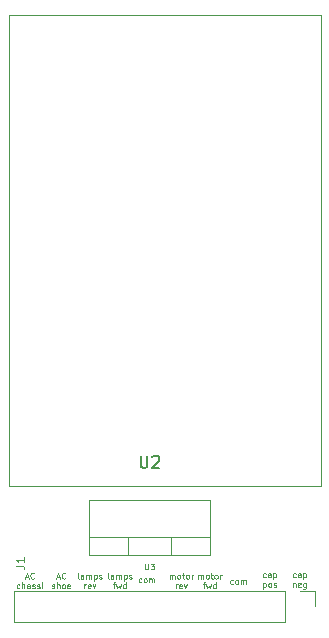
<source format=gbr>
G04 #@! TF.GenerationSoftware,KiCad,Pcbnew,5.1.5+dfsg1-2build2*
G04 #@! TF.CreationDate,2020-10-04T22:15:50+02:00*
G04 #@! TF.ProjectId,transistor_board,7472616e-7369-4737-946f-725f626f6172,rev?*
G04 #@! TF.SameCoordinates,Original*
G04 #@! TF.FileFunction,Legend,Top*
G04 #@! TF.FilePolarity,Positive*
%FSLAX46Y46*%
G04 Gerber Fmt 4.6, Leading zero omitted, Abs format (unit mm)*
G04 Created by KiCad (PCBNEW 5.1.5+dfsg1-2build2) date 2020-10-04 22:15:50*
%MOMM*%
%LPD*%
G04 APERTURE LIST*
%ADD10C,0.070000*%
%ADD11C,0.120000*%
%ADD12C,0.150000*%
%ADD13C,0.100000*%
G04 APERTURE END LIST*
D10*
X134286666Y-131491380D02*
X134239047Y-131515190D01*
X134143809Y-131515190D01*
X134096190Y-131491380D01*
X134072380Y-131467571D01*
X134048571Y-131419952D01*
X134048571Y-131277095D01*
X134072380Y-131229476D01*
X134096190Y-131205666D01*
X134143809Y-131181857D01*
X134239047Y-131181857D01*
X134286666Y-131205666D01*
X134715238Y-131515190D02*
X134715238Y-131253285D01*
X134691428Y-131205666D01*
X134643809Y-131181857D01*
X134548571Y-131181857D01*
X134500952Y-131205666D01*
X134715238Y-131491380D02*
X134667619Y-131515190D01*
X134548571Y-131515190D01*
X134500952Y-131491380D01*
X134477142Y-131443761D01*
X134477142Y-131396142D01*
X134500952Y-131348523D01*
X134548571Y-131324714D01*
X134667619Y-131324714D01*
X134715238Y-131300904D01*
X134953333Y-131181857D02*
X134953333Y-131681857D01*
X134953333Y-131205666D02*
X135000952Y-131181857D01*
X135096190Y-131181857D01*
X135143809Y-131205666D01*
X135167619Y-131229476D01*
X135191428Y-131277095D01*
X135191428Y-131419952D01*
X135167619Y-131467571D01*
X135143809Y-131491380D01*
X135096190Y-131515190D01*
X135000952Y-131515190D01*
X134953333Y-131491380D01*
X134084285Y-132001857D02*
X134084285Y-132501857D01*
X134084285Y-132025666D02*
X134131904Y-132001857D01*
X134227142Y-132001857D01*
X134274761Y-132025666D01*
X134298571Y-132049476D01*
X134322380Y-132097095D01*
X134322380Y-132239952D01*
X134298571Y-132287571D01*
X134274761Y-132311380D01*
X134227142Y-132335190D01*
X134131904Y-132335190D01*
X134084285Y-132311380D01*
X134608095Y-132335190D02*
X134560476Y-132311380D01*
X134536666Y-132287571D01*
X134512857Y-132239952D01*
X134512857Y-132097095D01*
X134536666Y-132049476D01*
X134560476Y-132025666D01*
X134608095Y-132001857D01*
X134679523Y-132001857D01*
X134727142Y-132025666D01*
X134750952Y-132049476D01*
X134774761Y-132097095D01*
X134774761Y-132239952D01*
X134750952Y-132287571D01*
X134727142Y-132311380D01*
X134679523Y-132335190D01*
X134608095Y-132335190D01*
X134965238Y-132311380D02*
X135012857Y-132335190D01*
X135108095Y-132335190D01*
X135155714Y-132311380D01*
X135179523Y-132263761D01*
X135179523Y-132239952D01*
X135155714Y-132192333D01*
X135108095Y-132168523D01*
X135036666Y-132168523D01*
X134989047Y-132144714D01*
X134965238Y-132097095D01*
X134965238Y-132073285D01*
X134989047Y-132025666D01*
X135036666Y-132001857D01*
X135108095Y-132001857D01*
X135155714Y-132025666D01*
X136826666Y-131491380D02*
X136779047Y-131515190D01*
X136683809Y-131515190D01*
X136636190Y-131491380D01*
X136612380Y-131467571D01*
X136588571Y-131419952D01*
X136588571Y-131277095D01*
X136612380Y-131229476D01*
X136636190Y-131205666D01*
X136683809Y-131181857D01*
X136779047Y-131181857D01*
X136826666Y-131205666D01*
X137255238Y-131515190D02*
X137255238Y-131253285D01*
X137231428Y-131205666D01*
X137183809Y-131181857D01*
X137088571Y-131181857D01*
X137040952Y-131205666D01*
X137255238Y-131491380D02*
X137207619Y-131515190D01*
X137088571Y-131515190D01*
X137040952Y-131491380D01*
X137017142Y-131443761D01*
X137017142Y-131396142D01*
X137040952Y-131348523D01*
X137088571Y-131324714D01*
X137207619Y-131324714D01*
X137255238Y-131300904D01*
X137493333Y-131181857D02*
X137493333Y-131681857D01*
X137493333Y-131205666D02*
X137540952Y-131181857D01*
X137636190Y-131181857D01*
X137683809Y-131205666D01*
X137707619Y-131229476D01*
X137731428Y-131277095D01*
X137731428Y-131419952D01*
X137707619Y-131467571D01*
X137683809Y-131491380D01*
X137636190Y-131515190D01*
X137540952Y-131515190D01*
X137493333Y-131491380D01*
X136612380Y-132001857D02*
X136612380Y-132335190D01*
X136612380Y-132049476D02*
X136636190Y-132025666D01*
X136683809Y-132001857D01*
X136755238Y-132001857D01*
X136802857Y-132025666D01*
X136826666Y-132073285D01*
X136826666Y-132335190D01*
X137255238Y-132311380D02*
X137207619Y-132335190D01*
X137112380Y-132335190D01*
X137064761Y-132311380D01*
X137040952Y-132263761D01*
X137040952Y-132073285D01*
X137064761Y-132025666D01*
X137112380Y-132001857D01*
X137207619Y-132001857D01*
X137255238Y-132025666D01*
X137279047Y-132073285D01*
X137279047Y-132120904D01*
X137040952Y-132168523D01*
X137707619Y-132001857D02*
X137707619Y-132406619D01*
X137683809Y-132454238D01*
X137660000Y-132478047D01*
X137612380Y-132501857D01*
X137540952Y-132501857D01*
X137493333Y-132478047D01*
X137707619Y-132311380D02*
X137660000Y-132335190D01*
X137564761Y-132335190D01*
X137517142Y-132311380D01*
X137493333Y-132287571D01*
X137469523Y-132239952D01*
X137469523Y-132097095D01*
X137493333Y-132049476D01*
X137517142Y-132025666D01*
X137564761Y-132001857D01*
X137660000Y-132001857D01*
X137707619Y-132025666D01*
X113930952Y-131499333D02*
X114169047Y-131499333D01*
X113883333Y-131642190D02*
X114050000Y-131142190D01*
X114216666Y-131642190D01*
X114669047Y-131594571D02*
X114645238Y-131618380D01*
X114573809Y-131642190D01*
X114526190Y-131642190D01*
X114454761Y-131618380D01*
X114407142Y-131570761D01*
X114383333Y-131523142D01*
X114359523Y-131427904D01*
X114359523Y-131356476D01*
X114383333Y-131261238D01*
X114407142Y-131213619D01*
X114454761Y-131166000D01*
X114526190Y-131142190D01*
X114573809Y-131142190D01*
X114645238Y-131166000D01*
X114669047Y-131189809D01*
X113442857Y-132438380D02*
X113395238Y-132462190D01*
X113300000Y-132462190D01*
X113252380Y-132438380D01*
X113228571Y-132414571D01*
X113204761Y-132366952D01*
X113204761Y-132224095D01*
X113228571Y-132176476D01*
X113252380Y-132152666D01*
X113300000Y-132128857D01*
X113395238Y-132128857D01*
X113442857Y-132152666D01*
X113657142Y-132462190D02*
X113657142Y-131962190D01*
X113871428Y-132462190D02*
X113871428Y-132200285D01*
X113847619Y-132152666D01*
X113800000Y-132128857D01*
X113728571Y-132128857D01*
X113680952Y-132152666D01*
X113657142Y-132176476D01*
X114323809Y-132462190D02*
X114323809Y-132200285D01*
X114300000Y-132152666D01*
X114252380Y-132128857D01*
X114157142Y-132128857D01*
X114109523Y-132152666D01*
X114323809Y-132438380D02*
X114276190Y-132462190D01*
X114157142Y-132462190D01*
X114109523Y-132438380D01*
X114085714Y-132390761D01*
X114085714Y-132343142D01*
X114109523Y-132295523D01*
X114157142Y-132271714D01*
X114276190Y-132271714D01*
X114323809Y-132247904D01*
X114538095Y-132438380D02*
X114585714Y-132462190D01*
X114680952Y-132462190D01*
X114728571Y-132438380D01*
X114752380Y-132390761D01*
X114752380Y-132366952D01*
X114728571Y-132319333D01*
X114680952Y-132295523D01*
X114609523Y-132295523D01*
X114561904Y-132271714D01*
X114538095Y-132224095D01*
X114538095Y-132200285D01*
X114561904Y-132152666D01*
X114609523Y-132128857D01*
X114680952Y-132128857D01*
X114728571Y-132152666D01*
X114942857Y-132438380D02*
X114990476Y-132462190D01*
X115085714Y-132462190D01*
X115133333Y-132438380D01*
X115157142Y-132390761D01*
X115157142Y-132366952D01*
X115133333Y-132319333D01*
X115085714Y-132295523D01*
X115014285Y-132295523D01*
X114966666Y-132271714D01*
X114942857Y-132224095D01*
X114942857Y-132200285D01*
X114966666Y-132152666D01*
X115014285Y-132128857D01*
X115085714Y-132128857D01*
X115133333Y-132152666D01*
X115371428Y-132462190D02*
X115371428Y-132128857D01*
X115371428Y-131962190D02*
X115347619Y-131986000D01*
X115371428Y-132009809D01*
X115395238Y-131986000D01*
X115371428Y-131962190D01*
X115371428Y-132009809D01*
X116597952Y-131499333D02*
X116836047Y-131499333D01*
X116550333Y-131642190D02*
X116717000Y-131142190D01*
X116883666Y-131642190D01*
X117336047Y-131594571D02*
X117312238Y-131618380D01*
X117240809Y-131642190D01*
X117193190Y-131642190D01*
X117121761Y-131618380D01*
X117074142Y-131570761D01*
X117050333Y-131523142D01*
X117026523Y-131427904D01*
X117026523Y-131356476D01*
X117050333Y-131261238D01*
X117074142Y-131213619D01*
X117121761Y-131166000D01*
X117193190Y-131142190D01*
X117240809Y-131142190D01*
X117312238Y-131166000D01*
X117336047Y-131189809D01*
X116193190Y-132438380D02*
X116240809Y-132462190D01*
X116336047Y-132462190D01*
X116383666Y-132438380D01*
X116407476Y-132390761D01*
X116407476Y-132366952D01*
X116383666Y-132319333D01*
X116336047Y-132295523D01*
X116264619Y-132295523D01*
X116217000Y-132271714D01*
X116193190Y-132224095D01*
X116193190Y-132200285D01*
X116217000Y-132152666D01*
X116264619Y-132128857D01*
X116336047Y-132128857D01*
X116383666Y-132152666D01*
X116621761Y-132462190D02*
X116621761Y-131962190D01*
X116836047Y-132462190D02*
X116836047Y-132200285D01*
X116812238Y-132152666D01*
X116764619Y-132128857D01*
X116693190Y-132128857D01*
X116645571Y-132152666D01*
X116621761Y-132176476D01*
X117145571Y-132462190D02*
X117097952Y-132438380D01*
X117074142Y-132414571D01*
X117050333Y-132366952D01*
X117050333Y-132224095D01*
X117074142Y-132176476D01*
X117097952Y-132152666D01*
X117145571Y-132128857D01*
X117217000Y-132128857D01*
X117264619Y-132152666D01*
X117288428Y-132176476D01*
X117312238Y-132224095D01*
X117312238Y-132366952D01*
X117288428Y-132414571D01*
X117264619Y-132438380D01*
X117217000Y-132462190D01*
X117145571Y-132462190D01*
X117717000Y-132438380D02*
X117669380Y-132462190D01*
X117574142Y-132462190D01*
X117526523Y-132438380D01*
X117502714Y-132390761D01*
X117502714Y-132200285D01*
X117526523Y-132152666D01*
X117574142Y-132128857D01*
X117669380Y-132128857D01*
X117717000Y-132152666D01*
X117740809Y-132200285D01*
X117740809Y-132247904D01*
X117502714Y-132295523D01*
X118451428Y-131642190D02*
X118403809Y-131618380D01*
X118380000Y-131570761D01*
X118380000Y-131142190D01*
X118856190Y-131642190D02*
X118856190Y-131380285D01*
X118832380Y-131332666D01*
X118784761Y-131308857D01*
X118689523Y-131308857D01*
X118641904Y-131332666D01*
X118856190Y-131618380D02*
X118808571Y-131642190D01*
X118689523Y-131642190D01*
X118641904Y-131618380D01*
X118618095Y-131570761D01*
X118618095Y-131523142D01*
X118641904Y-131475523D01*
X118689523Y-131451714D01*
X118808571Y-131451714D01*
X118856190Y-131427904D01*
X119094285Y-131642190D02*
X119094285Y-131308857D01*
X119094285Y-131356476D02*
X119118095Y-131332666D01*
X119165714Y-131308857D01*
X119237142Y-131308857D01*
X119284761Y-131332666D01*
X119308571Y-131380285D01*
X119308571Y-131642190D01*
X119308571Y-131380285D02*
X119332380Y-131332666D01*
X119380000Y-131308857D01*
X119451428Y-131308857D01*
X119499047Y-131332666D01*
X119522857Y-131380285D01*
X119522857Y-131642190D01*
X119760952Y-131308857D02*
X119760952Y-131808857D01*
X119760952Y-131332666D02*
X119808571Y-131308857D01*
X119903809Y-131308857D01*
X119951428Y-131332666D01*
X119975238Y-131356476D01*
X119999047Y-131404095D01*
X119999047Y-131546952D01*
X119975238Y-131594571D01*
X119951428Y-131618380D01*
X119903809Y-131642190D01*
X119808571Y-131642190D01*
X119760952Y-131618380D01*
X120189523Y-131618380D02*
X120237142Y-131642190D01*
X120332380Y-131642190D01*
X120380000Y-131618380D01*
X120403809Y-131570761D01*
X120403809Y-131546952D01*
X120380000Y-131499333D01*
X120332380Y-131475523D01*
X120260952Y-131475523D01*
X120213333Y-131451714D01*
X120189523Y-131404095D01*
X120189523Y-131380285D01*
X120213333Y-131332666D01*
X120260952Y-131308857D01*
X120332380Y-131308857D01*
X120380000Y-131332666D01*
X118939523Y-132462190D02*
X118939523Y-132128857D01*
X118939523Y-132224095D02*
X118963333Y-132176476D01*
X118987142Y-132152666D01*
X119034761Y-132128857D01*
X119082380Y-132128857D01*
X119439523Y-132438380D02*
X119391904Y-132462190D01*
X119296666Y-132462190D01*
X119249047Y-132438380D01*
X119225238Y-132390761D01*
X119225238Y-132200285D01*
X119249047Y-132152666D01*
X119296666Y-132128857D01*
X119391904Y-132128857D01*
X119439523Y-132152666D01*
X119463333Y-132200285D01*
X119463333Y-132247904D01*
X119225238Y-132295523D01*
X119630000Y-132128857D02*
X119749047Y-132462190D01*
X119868095Y-132128857D01*
X120991428Y-131642190D02*
X120943809Y-131618380D01*
X120920000Y-131570761D01*
X120920000Y-131142190D01*
X121396190Y-131642190D02*
X121396190Y-131380285D01*
X121372380Y-131332666D01*
X121324761Y-131308857D01*
X121229523Y-131308857D01*
X121181904Y-131332666D01*
X121396190Y-131618380D02*
X121348571Y-131642190D01*
X121229523Y-131642190D01*
X121181904Y-131618380D01*
X121158095Y-131570761D01*
X121158095Y-131523142D01*
X121181904Y-131475523D01*
X121229523Y-131451714D01*
X121348571Y-131451714D01*
X121396190Y-131427904D01*
X121634285Y-131642190D02*
X121634285Y-131308857D01*
X121634285Y-131356476D02*
X121658095Y-131332666D01*
X121705714Y-131308857D01*
X121777142Y-131308857D01*
X121824761Y-131332666D01*
X121848571Y-131380285D01*
X121848571Y-131642190D01*
X121848571Y-131380285D02*
X121872380Y-131332666D01*
X121920000Y-131308857D01*
X121991428Y-131308857D01*
X122039047Y-131332666D01*
X122062857Y-131380285D01*
X122062857Y-131642190D01*
X122300952Y-131308857D02*
X122300952Y-131808857D01*
X122300952Y-131332666D02*
X122348571Y-131308857D01*
X122443809Y-131308857D01*
X122491428Y-131332666D01*
X122515238Y-131356476D01*
X122539047Y-131404095D01*
X122539047Y-131546952D01*
X122515238Y-131594571D01*
X122491428Y-131618380D01*
X122443809Y-131642190D01*
X122348571Y-131642190D01*
X122300952Y-131618380D01*
X122729523Y-131618380D02*
X122777142Y-131642190D01*
X122872380Y-131642190D01*
X122920000Y-131618380D01*
X122943809Y-131570761D01*
X122943809Y-131546952D01*
X122920000Y-131499333D01*
X122872380Y-131475523D01*
X122800952Y-131475523D01*
X122753333Y-131451714D01*
X122729523Y-131404095D01*
X122729523Y-131380285D01*
X122753333Y-131332666D01*
X122800952Y-131308857D01*
X122872380Y-131308857D01*
X122920000Y-131332666D01*
X121336666Y-132128857D02*
X121527142Y-132128857D01*
X121408095Y-132462190D02*
X121408095Y-132033619D01*
X121431904Y-131986000D01*
X121479523Y-131962190D01*
X121527142Y-131962190D01*
X121646190Y-132128857D02*
X121741428Y-132462190D01*
X121836666Y-132224095D01*
X121931904Y-132462190D01*
X122027142Y-132128857D01*
X122431904Y-132462190D02*
X122431904Y-131962190D01*
X122431904Y-132438380D02*
X122384285Y-132462190D01*
X122289047Y-132462190D01*
X122241428Y-132438380D01*
X122217619Y-132414571D01*
X122193809Y-132366952D01*
X122193809Y-132224095D01*
X122217619Y-132176476D01*
X122241428Y-132152666D01*
X122289047Y-132128857D01*
X122384285Y-132128857D01*
X122431904Y-132152666D01*
X123765523Y-131930380D02*
X123717904Y-131954190D01*
X123622666Y-131954190D01*
X123575047Y-131930380D01*
X123551238Y-131906571D01*
X123527428Y-131858952D01*
X123527428Y-131716095D01*
X123551238Y-131668476D01*
X123575047Y-131644666D01*
X123622666Y-131620857D01*
X123717904Y-131620857D01*
X123765523Y-131644666D01*
X124051238Y-131954190D02*
X124003619Y-131930380D01*
X123979809Y-131906571D01*
X123956000Y-131858952D01*
X123956000Y-131716095D01*
X123979809Y-131668476D01*
X124003619Y-131644666D01*
X124051238Y-131620857D01*
X124122666Y-131620857D01*
X124170285Y-131644666D01*
X124194095Y-131668476D01*
X124217904Y-131716095D01*
X124217904Y-131858952D01*
X124194095Y-131906571D01*
X124170285Y-131930380D01*
X124122666Y-131954190D01*
X124051238Y-131954190D01*
X124432190Y-131954190D02*
X124432190Y-131620857D01*
X124432190Y-131668476D02*
X124456000Y-131644666D01*
X124503619Y-131620857D01*
X124575047Y-131620857D01*
X124622666Y-131644666D01*
X124646476Y-131692285D01*
X124646476Y-131954190D01*
X124646476Y-131692285D02*
X124670285Y-131644666D01*
X124717904Y-131620857D01*
X124789333Y-131620857D01*
X124836952Y-131644666D01*
X124860761Y-131692285D01*
X124860761Y-131954190D01*
X126162714Y-131642190D02*
X126162714Y-131308857D01*
X126162714Y-131356476D02*
X126186523Y-131332666D01*
X126234142Y-131308857D01*
X126305571Y-131308857D01*
X126353190Y-131332666D01*
X126377000Y-131380285D01*
X126377000Y-131642190D01*
X126377000Y-131380285D02*
X126400809Y-131332666D01*
X126448428Y-131308857D01*
X126519857Y-131308857D01*
X126567476Y-131332666D01*
X126591285Y-131380285D01*
X126591285Y-131642190D01*
X126900809Y-131642190D02*
X126853190Y-131618380D01*
X126829380Y-131594571D01*
X126805571Y-131546952D01*
X126805571Y-131404095D01*
X126829380Y-131356476D01*
X126853190Y-131332666D01*
X126900809Y-131308857D01*
X126972238Y-131308857D01*
X127019857Y-131332666D01*
X127043666Y-131356476D01*
X127067476Y-131404095D01*
X127067476Y-131546952D01*
X127043666Y-131594571D01*
X127019857Y-131618380D01*
X126972238Y-131642190D01*
X126900809Y-131642190D01*
X127210333Y-131308857D02*
X127400809Y-131308857D01*
X127281761Y-131142190D02*
X127281761Y-131570761D01*
X127305571Y-131618380D01*
X127353190Y-131642190D01*
X127400809Y-131642190D01*
X127638904Y-131642190D02*
X127591285Y-131618380D01*
X127567476Y-131594571D01*
X127543666Y-131546952D01*
X127543666Y-131404095D01*
X127567476Y-131356476D01*
X127591285Y-131332666D01*
X127638904Y-131308857D01*
X127710333Y-131308857D01*
X127757952Y-131332666D01*
X127781761Y-131356476D01*
X127805571Y-131404095D01*
X127805571Y-131546952D01*
X127781761Y-131594571D01*
X127757952Y-131618380D01*
X127710333Y-131642190D01*
X127638904Y-131642190D01*
X128019857Y-131642190D02*
X128019857Y-131308857D01*
X128019857Y-131404095D02*
X128043666Y-131356476D01*
X128067476Y-131332666D01*
X128115095Y-131308857D01*
X128162714Y-131308857D01*
X126686523Y-132462190D02*
X126686523Y-132128857D01*
X126686523Y-132224095D02*
X126710333Y-132176476D01*
X126734142Y-132152666D01*
X126781761Y-132128857D01*
X126829380Y-132128857D01*
X127186523Y-132438380D02*
X127138904Y-132462190D01*
X127043666Y-132462190D01*
X126996047Y-132438380D01*
X126972238Y-132390761D01*
X126972238Y-132200285D01*
X126996047Y-132152666D01*
X127043666Y-132128857D01*
X127138904Y-132128857D01*
X127186523Y-132152666D01*
X127210333Y-132200285D01*
X127210333Y-132247904D01*
X126972238Y-132295523D01*
X127377000Y-132128857D02*
X127496047Y-132462190D01*
X127615095Y-132128857D01*
X128575714Y-131642190D02*
X128575714Y-131308857D01*
X128575714Y-131356476D02*
X128599523Y-131332666D01*
X128647142Y-131308857D01*
X128718571Y-131308857D01*
X128766190Y-131332666D01*
X128790000Y-131380285D01*
X128790000Y-131642190D01*
X128790000Y-131380285D02*
X128813809Y-131332666D01*
X128861428Y-131308857D01*
X128932857Y-131308857D01*
X128980476Y-131332666D01*
X129004285Y-131380285D01*
X129004285Y-131642190D01*
X129313809Y-131642190D02*
X129266190Y-131618380D01*
X129242380Y-131594571D01*
X129218571Y-131546952D01*
X129218571Y-131404095D01*
X129242380Y-131356476D01*
X129266190Y-131332666D01*
X129313809Y-131308857D01*
X129385238Y-131308857D01*
X129432857Y-131332666D01*
X129456666Y-131356476D01*
X129480476Y-131404095D01*
X129480476Y-131546952D01*
X129456666Y-131594571D01*
X129432857Y-131618380D01*
X129385238Y-131642190D01*
X129313809Y-131642190D01*
X129623333Y-131308857D02*
X129813809Y-131308857D01*
X129694761Y-131142190D02*
X129694761Y-131570761D01*
X129718571Y-131618380D01*
X129766190Y-131642190D01*
X129813809Y-131642190D01*
X130051904Y-131642190D02*
X130004285Y-131618380D01*
X129980476Y-131594571D01*
X129956666Y-131546952D01*
X129956666Y-131404095D01*
X129980476Y-131356476D01*
X130004285Y-131332666D01*
X130051904Y-131308857D01*
X130123333Y-131308857D01*
X130170952Y-131332666D01*
X130194761Y-131356476D01*
X130218571Y-131404095D01*
X130218571Y-131546952D01*
X130194761Y-131594571D01*
X130170952Y-131618380D01*
X130123333Y-131642190D01*
X130051904Y-131642190D01*
X130432857Y-131642190D02*
X130432857Y-131308857D01*
X130432857Y-131404095D02*
X130456666Y-131356476D01*
X130480476Y-131332666D01*
X130528095Y-131308857D01*
X130575714Y-131308857D01*
X128956666Y-132128857D02*
X129147142Y-132128857D01*
X129028095Y-132462190D02*
X129028095Y-132033619D01*
X129051904Y-131986000D01*
X129099523Y-131962190D01*
X129147142Y-131962190D01*
X129266190Y-132128857D02*
X129361428Y-132462190D01*
X129456666Y-132224095D01*
X129551904Y-132462190D01*
X129647142Y-132128857D01*
X130051904Y-132462190D02*
X130051904Y-131962190D01*
X130051904Y-132438380D02*
X130004285Y-132462190D01*
X129909047Y-132462190D01*
X129861428Y-132438380D01*
X129837619Y-132414571D01*
X129813809Y-132366952D01*
X129813809Y-132224095D01*
X129837619Y-132176476D01*
X129861428Y-132152666D01*
X129909047Y-132128857D01*
X130004285Y-132128857D01*
X130051904Y-132152666D01*
X131512523Y-132057380D02*
X131464904Y-132081190D01*
X131369666Y-132081190D01*
X131322047Y-132057380D01*
X131298238Y-132033571D01*
X131274428Y-131985952D01*
X131274428Y-131843095D01*
X131298238Y-131795476D01*
X131322047Y-131771666D01*
X131369666Y-131747857D01*
X131464904Y-131747857D01*
X131512523Y-131771666D01*
X131798238Y-132081190D02*
X131750619Y-132057380D01*
X131726809Y-132033571D01*
X131703000Y-131985952D01*
X131703000Y-131843095D01*
X131726809Y-131795476D01*
X131750619Y-131771666D01*
X131798238Y-131747857D01*
X131869666Y-131747857D01*
X131917285Y-131771666D01*
X131941095Y-131795476D01*
X131964904Y-131843095D01*
X131964904Y-131985952D01*
X131941095Y-132033571D01*
X131917285Y-132057380D01*
X131869666Y-132081190D01*
X131798238Y-132081190D01*
X132179190Y-132081190D02*
X132179190Y-131747857D01*
X132179190Y-131795476D02*
X132203000Y-131771666D01*
X132250619Y-131747857D01*
X132322047Y-131747857D01*
X132369666Y-131771666D01*
X132393476Y-131819285D01*
X132393476Y-132081190D01*
X132393476Y-131819285D02*
X132417285Y-131771666D01*
X132464904Y-131747857D01*
X132536333Y-131747857D01*
X132583952Y-131771666D01*
X132607761Y-131819285D01*
X132607761Y-132081190D01*
D11*
X112522000Y-123825000D02*
X138938000Y-123825000D01*
X112522000Y-83947000D02*
X112522000Y-123825000D01*
X138938000Y-83947000D02*
X112522000Y-83947000D01*
X138938000Y-123825000D02*
X138938000Y-83947000D01*
X122609000Y-129635000D02*
X122609000Y-128125000D01*
X126310000Y-129635000D02*
X126310000Y-128125000D01*
X129580000Y-128125000D02*
X119340000Y-128125000D01*
X119340000Y-129635000D02*
X119340000Y-124994000D01*
X129580000Y-129635000D02*
X129580000Y-124994000D01*
X129580000Y-124994000D02*
X119340000Y-124994000D01*
X129580000Y-129635000D02*
X119340000Y-129635000D01*
X138490000Y-132655000D02*
X138490000Y-133985000D01*
X137160000Y-132655000D02*
X138490000Y-132655000D01*
X135890000Y-132655000D02*
X135890000Y-135315000D01*
X135890000Y-135315000D02*
X112970000Y-135315000D01*
X135890000Y-132655000D02*
X112970000Y-132655000D01*
X112970000Y-132655000D02*
X112970000Y-135315000D01*
D12*
X123698095Y-121245380D02*
X123698095Y-122054904D01*
X123745714Y-122150142D01*
X123793333Y-122197761D01*
X123888571Y-122245380D01*
X124079047Y-122245380D01*
X124174285Y-122197761D01*
X124221904Y-122150142D01*
X124269523Y-122054904D01*
X124269523Y-121245380D01*
X124698095Y-121340619D02*
X124745714Y-121293000D01*
X124840952Y-121245380D01*
X125079047Y-121245380D01*
X125174285Y-121293000D01*
X125221904Y-121340619D01*
X125269523Y-121435857D01*
X125269523Y-121531095D01*
X125221904Y-121673952D01*
X124650476Y-122245380D01*
X125269523Y-122245380D01*
D10*
X124079047Y-130361190D02*
X124079047Y-130765952D01*
X124102857Y-130813571D01*
X124126666Y-130837380D01*
X124174285Y-130861190D01*
X124269523Y-130861190D01*
X124317142Y-130837380D01*
X124340952Y-130813571D01*
X124364761Y-130765952D01*
X124364761Y-130361190D01*
X124555238Y-130361190D02*
X124864761Y-130361190D01*
X124698095Y-130551666D01*
X124769523Y-130551666D01*
X124817142Y-130575476D01*
X124840952Y-130599285D01*
X124864761Y-130646904D01*
X124864761Y-130765952D01*
X124840952Y-130813571D01*
X124817142Y-130837380D01*
X124769523Y-130861190D01*
X124626666Y-130861190D01*
X124579047Y-130837380D01*
X124555238Y-130813571D01*
D13*
X113154666Y-130535333D02*
X113654666Y-130535333D01*
X113754666Y-130568666D01*
X113821333Y-130635333D01*
X113854666Y-130735333D01*
X113854666Y-130802000D01*
X113854666Y-129835333D02*
X113854666Y-130235333D01*
X113854666Y-130035333D02*
X113154666Y-130035333D01*
X113254666Y-130102000D01*
X113321333Y-130168666D01*
X113354666Y-130235333D01*
M02*

</source>
